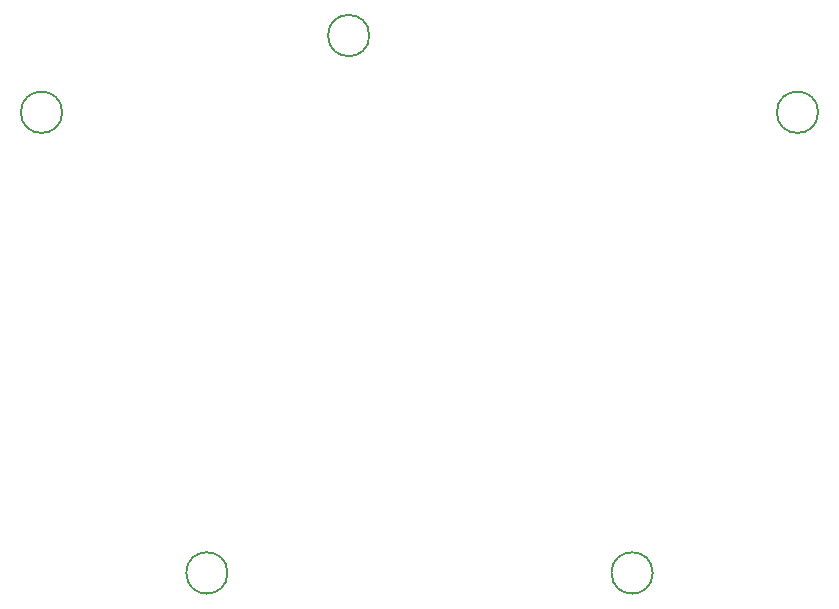
<source format=gbr>
%TF.GenerationSoftware,KiCad,Pcbnew,7.0.1*%
%TF.CreationDate,2023-09-05T02:32:19-04:00*%
%TF.ProjectId,Fluxpad,466c7578-7061-4642-9e6b-696361645f70,rev?*%
%TF.SameCoordinates,Original*%
%TF.FileFunction,Other,Comment*%
%FSLAX46Y46*%
G04 Gerber Fmt 4.6, Leading zero omitted, Abs format (unit mm)*
G04 Created by KiCad (PCBNEW 7.0.1) date 2023-09-05 02:32:19*
%MOMM*%
%LPD*%
G01*
G04 APERTURE LIST*
%ADD10C,0.150000*%
G04 APERTURE END LIST*
D10*
%TO.C,H2*%
X143750000Y-143500000D02*
G75*
G03*
X143750000Y-143500000I-1750000J0D01*
G01*
%TO.C,H3*%
X179750000Y-143500000D02*
G75*
G03*
X179750000Y-143500000I-1750000J0D01*
G01*
%TO.C,H5*%
X155750000Y-98000000D02*
G75*
G03*
X155750000Y-98000000I-1750000J0D01*
G01*
%TO.C,H4*%
X193750000Y-104500000D02*
G75*
G03*
X193750000Y-104500000I-1750000J0D01*
G01*
%TO.C,H1*%
X129750000Y-104500000D02*
G75*
G03*
X129750000Y-104500000I-1750000J0D01*
G01*
%TD*%
M02*

</source>
